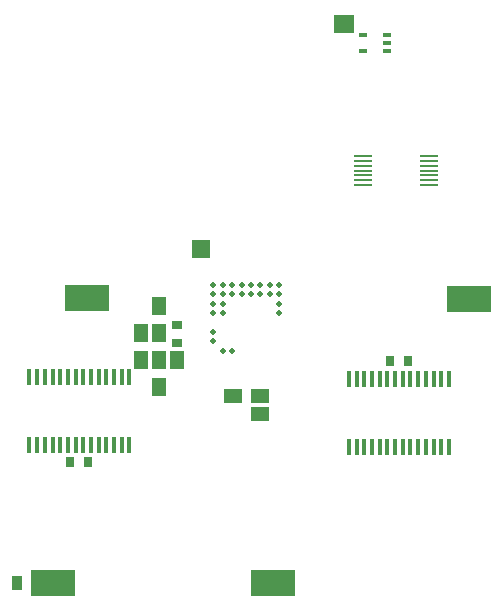
<source format=gtp>
%FSLAX25Y25*%
%MOIN*%
G70*
G01*
G75*
G04 Layer_Color=8421504*
%ADD10C,0.00605*%
%ADD11R,0.03347X0.05118*%
%ADD12R,0.07087X0.06299*%
%ADD13C,0.02000*%
%ADD14R,0.01378X0.05512*%
%ADD15R,0.15000X0.08500*%
%ADD16R,0.02756X0.01575*%
%ADD17R,0.03543X0.02756*%
%ADD18R,0.06496X0.00984*%
%ADD19R,0.06496X0.00984*%
%ADD20R,0.06000X0.06000*%
%ADD21R,0.02756X0.03543*%
%ADD22R,0.05000X0.06000*%
%ADD23R,0.06000X0.05000*%
%ADD24C,0.00800*%
%ADD25C,0.02000*%
%ADD26C,0.00425*%
%ADD27C,0.00500*%
%ADD28C,0.00400*%
%ADD29C,0.00600*%
%ADD30C,0.05000*%
%ADD31R,0.05906X0.05906*%
%ADD32C,0.05906*%
%ADD33C,0.14000*%
%ADD34C,0.07400*%
%ADD35P,0.08352X4X152.0*%
%ADD36P,0.08352X4X298.0*%
%ADD37R,0.02362X0.03740*%
%ADD38C,0.03000*%
%ADD39C,0.04000*%
%ADD40P,0.02165X8X22.5*%
%ADD41R,0.03740X0.02362*%
%ADD42R,0.03937X0.03937*%
%ADD43C,0.03937*%
G04:AMPARAMS|DCode=44|XSize=78.74mil|YSize=78.74mil|CornerRadius=19.69mil|HoleSize=0mil|Usage=FLASHONLY|Rotation=0.000|XOffset=0mil|YOffset=0mil|HoleType=Round|Shape=RoundedRectangle|*
%AMROUNDEDRECTD44*
21,1,0.07874,0.03937,0,0,0.0*
21,1,0.03937,0.07874,0,0,0.0*
1,1,0.03937,0.01969,-0.01969*
1,1,0.03937,-0.01969,-0.01969*
1,1,0.03937,-0.01969,0.01969*
1,1,0.03937,0.01969,0.01969*
%
%ADD44ROUNDEDRECTD44*%
%ADD45C,0.03500*%
%ADD46R,0.05200X0.05200*%
%ADD47C,0.05200*%
%ADD48R,0.05200X0.05200*%
%ADD49R,0.02000X0.02000*%
%ADD50C,0.13000*%
%ADD51C,0.01800*%
%ADD52C,0.04000*%
%ADD53C,0.02800*%
%ADD54C,0.04500*%
%ADD55C,0.05543*%
%ADD56C,0.14800*%
%ADD57C,0.08200*%
%ADD58C,0.05500*%
G04:AMPARAMS|DCode=59|XSize=68mil|YSize=68mil|CornerRadius=0mil|HoleSize=0mil|Usage=FLASHONLY|Rotation=0.000|XOffset=0mil|YOffset=0mil|HoleType=Round|Shape=Relief|Width=10mil|Gap=10mil|Entries=4|*
%AMTHD59*
7,0,0,0.06800,0.04800,0.01000,45*
%
%ADD59THD59*%
G04:AMPARAMS|DCode=60|XSize=40mil|YSize=40mil|CornerRadius=0mil|HoleSize=0mil|Usage=FLASHONLY|Rotation=0.000|XOffset=0mil|YOffset=0mil|HoleType=Round|Shape=Relief|Width=6mil|Gap=8mil|Entries=4|*
%AMTHD60*
7,0,0,0.04000,0.02400,0.00600,45*
%
%ADD60THD60*%
G04:AMPARAMS|DCode=61|XSize=52mil|YSize=52mil|CornerRadius=0mil|HoleSize=0mil|Usage=FLASHONLY|Rotation=0.000|XOffset=0mil|YOffset=0mil|HoleType=Round|Shape=Relief|Width=6mil|Gap=8mil|Entries=4|*
%AMTHD61*
7,0,0,0.05200,0.03600,0.00600,45*
%
%ADD61THD61*%
G04:AMPARAMS|DCode=62|XSize=20mil|YSize=20mil|CornerRadius=0mil|HoleSize=0mil|Usage=FLASHONLY|Rotation=0.000|XOffset=0mil|YOffset=0mil|HoleType=Round|Shape=Relief|Width=4mil|Gap=3mil|Entries=4|*
%AMTHD62*
7,0,0,0.02000,0.01400,0.00400,45*
%
%ADD62THD62*%
%ADD63C,0.04913*%
%ADD64C,0.07315*%
%ADD65C,0.04200*%
%ADD66C,0.05800*%
%ADD67C,0.11600*%
%ADD68C,0.00480*%
%ADD69C,0.00390*%
%ADD70R,0.07874X0.08661*%
%ADD71R,0.06000X0.06000*%
%ADD72C,0.02500*%
%ADD73C,0.01500*%
G04:AMPARAMS|DCode=74|XSize=98mil|YSize=98mil|CornerRadius=0mil|HoleSize=0mil|Usage=FLASHONLY|Rotation=0.000|XOffset=0mil|YOffset=0mil|HoleType=Round|Shape=Relief|Width=10mil|Gap=10mil|Entries=4|*
%AMTHD74*
7,0,0,0.09800,0.07800,0.01000,45*
%
%ADD74THD74*%
%ADD75R,0.07874X0.08661*%
%ADD76R,0.09252X0.12205*%
%ADD77R,0.06299X0.06693*%
%ADD78R,0.06299X0.06693*%
%ADD79C,0.01000*%
%ADD80C,0.00375*%
%ADD81R,0.02000X0.01000*%
%ADD82R,0.07000X0.19000*%
%ADD83R,0.01000X0.14000*%
%ADD84R,0.05000X0.15000*%
%ADD85R,0.02000X0.01500*%
%ADD86R,0.06000X0.03500*%
%ADD87R,0.00500X0.01500*%
%ADD88R,0.01500X0.03000*%
%ADD89R,0.07500X0.26000*%
%ADD90R,0.02362X0.03740*%
%ADD91R,0.02362X0.03740*%
%ADD92R,0.02362X0.03740*%
%ADD93R,0.02362X0.03740*%
%ADD94R,0.03740X0.02362*%
%ADD95R,0.03740X0.02362*%
%ADD96R,0.06000X0.02760*%
%ADD97R,0.02107X0.03100*%
%ADD98R,0.05000X0.14260*%
%ADD99R,0.01000X0.13760*%
%ADD100R,0.02000X0.02000*%
%ADD101C,0.00984*%
%ADD102C,0.00787*%
%ADD103C,0.00394*%
%ADD104C,0.01200*%
D11*
X168175Y125000D02*
D03*
D12*
X277028Y311288D02*
D03*
D13*
X239878Y202402D02*
D03*
X236729D02*
D03*
X233579Y205551D02*
D03*
Y208701D02*
D03*
X255626Y215000D02*
D03*
Y218150D02*
D03*
X233579D02*
D03*
X236729D02*
D03*
X233579Y221299D02*
D03*
Y224449D02*
D03*
X239878D02*
D03*
Y221299D02*
D03*
X252477D02*
D03*
Y224449D02*
D03*
X246178D02*
D03*
Y221299D02*
D03*
X236729Y224449D02*
D03*
X243028D02*
D03*
X249327D02*
D03*
X255626D02*
D03*
X236729Y221299D02*
D03*
X243028D02*
D03*
X249327D02*
D03*
X255626D02*
D03*
X233579Y215000D02*
D03*
X236729D02*
D03*
D14*
X312129Y170462D02*
D03*
X309570D02*
D03*
X307010D02*
D03*
X304451D02*
D03*
X301892D02*
D03*
X299333D02*
D03*
X296774D02*
D03*
X294215D02*
D03*
X291656D02*
D03*
X289097D02*
D03*
X286538D02*
D03*
X283979D02*
D03*
X281419D02*
D03*
X278860D02*
D03*
Y193100D02*
D03*
X281419D02*
D03*
X283978D02*
D03*
X286537D02*
D03*
X289097D02*
D03*
X291656D02*
D03*
X294215D02*
D03*
X296774D02*
D03*
X299333D02*
D03*
X301892D02*
D03*
X304451D02*
D03*
X307010D02*
D03*
X309569D02*
D03*
X312128D02*
D03*
X172328Y170900D02*
D03*
X174887D02*
D03*
X177446D02*
D03*
X180005D02*
D03*
X182564D02*
D03*
X185123D02*
D03*
X187682D02*
D03*
X190241D02*
D03*
X192800D02*
D03*
X195360D02*
D03*
X197919D02*
D03*
X200478D02*
D03*
X203037D02*
D03*
X205596D02*
D03*
Y193538D02*
D03*
X203037D02*
D03*
X200478D02*
D03*
X197918D02*
D03*
X195359D02*
D03*
X192800D02*
D03*
X190241D02*
D03*
X187682D02*
D03*
X185123D02*
D03*
X182564D02*
D03*
X180005D02*
D03*
X177446D02*
D03*
X174887D02*
D03*
X172327D02*
D03*
D15*
X180128Y125100D02*
D03*
X253628D02*
D03*
X318828Y219600D02*
D03*
X191528Y220000D02*
D03*
D16*
X283493Y307559D02*
D03*
X291563D02*
D03*
X283493Y302441D02*
D03*
X291563D02*
D03*
Y305000D02*
D03*
D17*
X221528Y205047D02*
D03*
Y210953D02*
D03*
D18*
X283603Y267224D02*
D03*
X305453D02*
D03*
Y257776D02*
D03*
D19*
X283603Y265650D02*
D03*
Y264075D02*
D03*
Y262500D02*
D03*
Y260925D02*
D03*
Y259350D02*
D03*
Y257776D02*
D03*
X305453Y265650D02*
D03*
Y264075D02*
D03*
Y262500D02*
D03*
Y260925D02*
D03*
Y259350D02*
D03*
D20*
X229528Y236500D02*
D03*
D21*
X191881Y165300D02*
D03*
X185975D02*
D03*
X292475Y199000D02*
D03*
X298381D02*
D03*
D22*
X215528Y208500D02*
D03*
Y217500D02*
D03*
X209528Y199500D02*
D03*
Y208500D02*
D03*
X215528Y199500D02*
D03*
Y190500D02*
D03*
X221528Y199500D02*
D03*
D23*
X249028Y187500D02*
D03*
X240028D02*
D03*
X249028Y181500D02*
D03*
M02*

</source>
